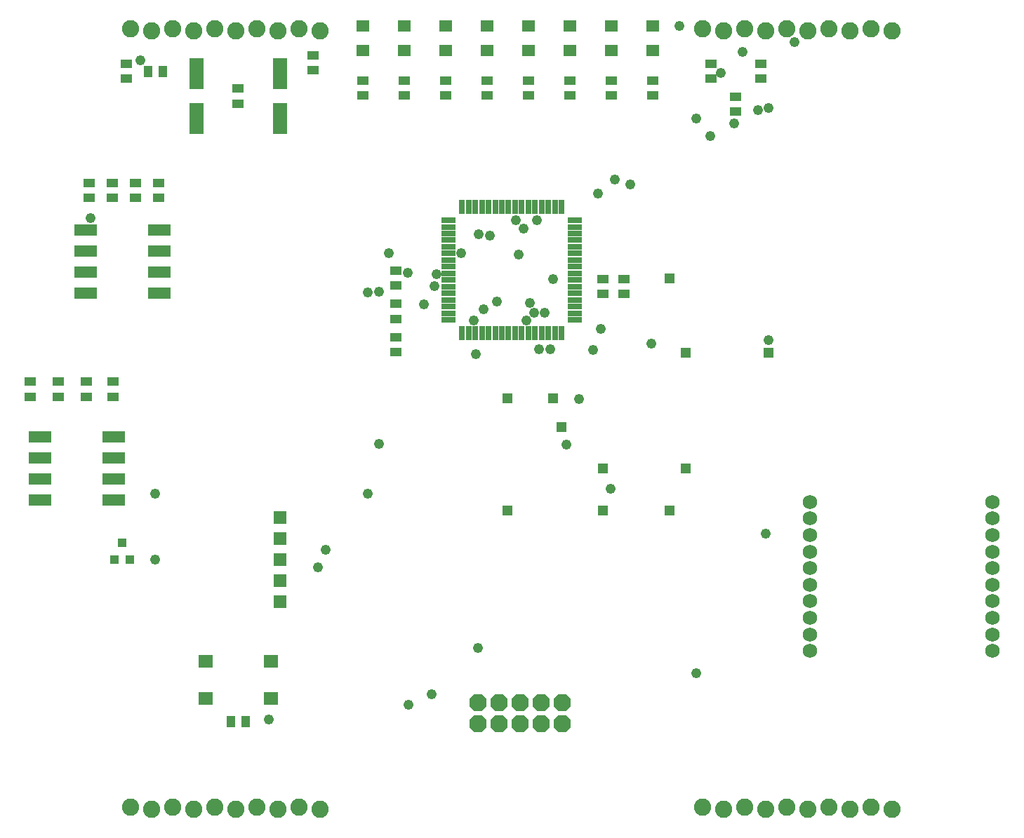
<source format=gts>
G75*
G70*
%OFA0B0*%
%FSLAX24Y24*%
%IPPOS*%
%LPD*%
%AMOC8*
5,1,8,0,0,1.08239X$1,22.5*
%
%ADD10C,0.0820*%
%ADD11R,0.0552X0.0395*%
%ADD12R,0.1080X0.0580*%
%ADD13C,0.0680*%
%ADD14R,0.0631X0.0552*%
%ADD15R,0.0280X0.0660*%
%ADD16R,0.0660X0.0280*%
%ADD17OC8,0.0820*%
%ADD18R,0.0395X0.0552*%
%ADD19R,0.0395X0.0434*%
%ADD20R,0.0690X0.0592*%
%ADD21R,0.0595X0.0595*%
%ADD22R,0.0710X0.1458*%
%ADD23C,0.0480*%
%ADD24R,0.0476X0.0476*%
D10*
X009629Y007428D03*
X010629Y007328D03*
X011629Y007428D03*
X012629Y007328D03*
X013629Y007428D03*
X014629Y007328D03*
X015629Y007428D03*
X016629Y007328D03*
X017629Y007428D03*
X018629Y007328D03*
X036794Y007428D03*
X037794Y007328D03*
X038794Y007428D03*
X039794Y007328D03*
X040794Y007428D03*
X041794Y007328D03*
X042794Y007428D03*
X043794Y007328D03*
X044794Y007428D03*
X045794Y007328D03*
X045794Y044336D03*
X044794Y044436D03*
X043794Y044336D03*
X042794Y044436D03*
X041794Y044336D03*
X040794Y044436D03*
X039794Y044336D03*
X038794Y044436D03*
X037794Y044336D03*
X036794Y044436D03*
X018629Y044336D03*
X017629Y044436D03*
X016629Y044336D03*
X015629Y044436D03*
X014629Y044336D03*
X013629Y044436D03*
X012629Y044336D03*
X011629Y044436D03*
X010629Y044336D03*
X009629Y044436D03*
D11*
X009432Y042772D03*
X009432Y042063D03*
X014747Y041591D03*
X014747Y040882D03*
X018290Y042457D03*
X018290Y043165D03*
X020652Y041984D03*
X020652Y041276D03*
X022621Y041276D03*
X022621Y041984D03*
X024589Y041984D03*
X024589Y041276D03*
X026558Y041276D03*
X026558Y041984D03*
X028526Y041984D03*
X028526Y041276D03*
X030495Y041276D03*
X030495Y041984D03*
X032463Y041984D03*
X032463Y041276D03*
X034432Y041276D03*
X034432Y041984D03*
X037188Y042063D03*
X037188Y042772D03*
X038369Y041197D03*
X038369Y040488D03*
X039550Y042063D03*
X039550Y042772D03*
X033054Y032535D03*
X033054Y031827D03*
X032070Y031827D03*
X032070Y032535D03*
X022227Y032220D03*
X022227Y032929D03*
X022227Y031354D03*
X022227Y030646D03*
X022227Y029780D03*
X022227Y029071D03*
X010967Y036394D03*
X010967Y037102D03*
X009865Y037102D03*
X009865Y036394D03*
X008763Y036394D03*
X008763Y037102D03*
X007660Y037102D03*
X007660Y036394D03*
X007542Y027654D03*
X007542Y026945D03*
X008802Y026945D03*
X008802Y027654D03*
X006204Y027654D03*
X006204Y026945D03*
X004865Y026945D03*
X004865Y027654D03*
D12*
X005320Y025020D03*
X005320Y024020D03*
X005320Y023020D03*
X005320Y022020D03*
X008820Y022020D03*
X008820Y023020D03*
X008820Y024020D03*
X008820Y025020D03*
X007485Y031862D03*
X007485Y032862D03*
X007485Y033862D03*
X007485Y034862D03*
X010985Y034862D03*
X010985Y033862D03*
X010985Y032862D03*
X010985Y031862D03*
D13*
X041912Y021945D03*
X041912Y021157D03*
X041912Y020370D03*
X041912Y019583D03*
X041912Y018795D03*
X041912Y018008D03*
X041912Y017220D03*
X041912Y016433D03*
X041912Y015646D03*
X041912Y014858D03*
X050574Y014858D03*
X050574Y015646D03*
X050574Y016433D03*
X050574Y017220D03*
X050574Y018008D03*
X050574Y018795D03*
X050574Y019583D03*
X050574Y020370D03*
X050574Y021157D03*
X050574Y021945D03*
D14*
X034432Y043402D03*
X034432Y044583D03*
X032463Y044583D03*
X032463Y043402D03*
X030495Y043402D03*
X030495Y044583D03*
X028526Y044583D03*
X028526Y043402D03*
X026558Y043402D03*
X026558Y044583D03*
X024589Y044583D03*
X024589Y043402D03*
X022621Y043402D03*
X022621Y044583D03*
X020652Y044583D03*
X020652Y043402D03*
D15*
X025379Y035969D03*
X025689Y035969D03*
X026009Y035969D03*
X026319Y035969D03*
X026639Y035969D03*
X026949Y035969D03*
X027269Y035969D03*
X027579Y035969D03*
X027899Y035969D03*
X028209Y035969D03*
X028529Y035969D03*
X028839Y035969D03*
X029159Y035969D03*
X029469Y035969D03*
X029789Y035969D03*
X030099Y035969D03*
X030099Y029969D03*
X029789Y029969D03*
X029469Y029969D03*
X029159Y029969D03*
X028839Y029969D03*
X028529Y029969D03*
X028209Y029969D03*
X027899Y029969D03*
X027579Y029969D03*
X027269Y029969D03*
X026949Y029969D03*
X026639Y029969D03*
X026319Y029969D03*
X026009Y029969D03*
X025689Y029969D03*
X025379Y029969D03*
D16*
X024739Y030609D03*
X024739Y030919D03*
X024739Y031239D03*
X024739Y031549D03*
X024739Y031869D03*
X024739Y032179D03*
X024739Y032499D03*
X024739Y032809D03*
X024739Y033129D03*
X024739Y033439D03*
X024739Y033759D03*
X024739Y034069D03*
X024739Y034389D03*
X024739Y034699D03*
X024739Y035019D03*
X024739Y035329D03*
X030739Y035329D03*
X030739Y035019D03*
X030739Y034699D03*
X030739Y034389D03*
X030739Y034069D03*
X030739Y033759D03*
X030739Y033439D03*
X030739Y033129D03*
X030739Y032809D03*
X030739Y032499D03*
X030739Y032179D03*
X030739Y031869D03*
X030739Y031549D03*
X030739Y031239D03*
X030739Y030919D03*
X030739Y030609D03*
D17*
X030133Y012406D03*
X029133Y012406D03*
X028133Y012406D03*
X027133Y012406D03*
X026133Y012406D03*
X026133Y011406D03*
X027133Y011406D03*
X028133Y011406D03*
X029133Y011406D03*
X030133Y011406D03*
D18*
X015101Y011512D03*
X014393Y011512D03*
X011164Y042417D03*
X010456Y042417D03*
D19*
X009235Y020016D03*
X008861Y019189D03*
X009609Y019189D03*
D20*
X013182Y014366D03*
X013182Y012594D03*
X016312Y012594D03*
X016312Y014366D03*
D21*
X016715Y017189D03*
X016715Y018189D03*
X016715Y019189D03*
X016715Y020189D03*
X016715Y021189D03*
D22*
X016715Y040173D03*
X016715Y042299D03*
X012778Y042299D03*
X012778Y040173D03*
D23*
X010101Y042929D03*
X007719Y035429D03*
X020908Y031886D03*
X021440Y031945D03*
X022805Y032822D03*
X021912Y033776D03*
X024156Y032772D03*
X024055Y032197D03*
X023555Y031322D03*
X025928Y030567D03*
X026400Y031118D03*
X027030Y031472D03*
X028430Y030572D03*
X028805Y030947D03*
X029305Y030947D03*
X028586Y031413D03*
X029708Y032535D03*
X028054Y033717D03*
X028305Y034947D03*
X027930Y035322D03*
X028930Y035322D03*
X026696Y034602D03*
X026164Y034661D03*
X025337Y033776D03*
X026046Y028953D03*
X029038Y029189D03*
X029555Y029197D03*
X031597Y029169D03*
X031952Y030173D03*
X034373Y029465D03*
X030930Y026822D03*
X030337Y024661D03*
X032424Y022575D03*
X039786Y020449D03*
X036499Y013795D03*
X026125Y015016D03*
X023920Y012811D03*
X022818Y012299D03*
X016204Y011610D03*
X018526Y018835D03*
X018881Y019661D03*
X020908Y022339D03*
X021440Y024701D03*
X010810Y022339D03*
X010810Y019189D03*
X031814Y036591D03*
X032621Y037280D03*
X033369Y037024D03*
X036499Y040154D03*
X037180Y039322D03*
X038305Y039947D03*
X039430Y040572D03*
X039944Y040685D03*
X037680Y042339D03*
X038684Y043343D03*
X041164Y043815D03*
X035692Y044583D03*
X039944Y029622D03*
D24*
X039944Y029031D03*
X036007Y029031D03*
X035219Y032575D03*
X029708Y026866D03*
X030101Y025488D03*
X032070Y023520D03*
X032070Y021551D03*
X035219Y021551D03*
X036007Y023520D03*
X027542Y021551D03*
X027542Y026866D03*
M02*

</source>
